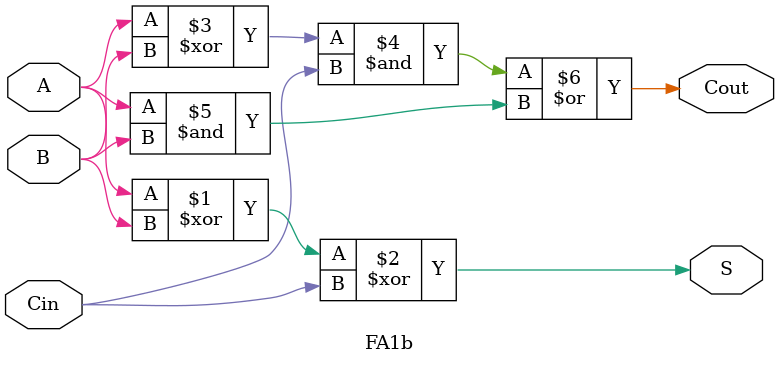
<source format=v>
module FA1b(input A,B,Cin,output S,Cout);
assign    S=A^B^Cin;
assign   Cout= ((A^B)&Cin)|(A&B);
endmodule
</source>
